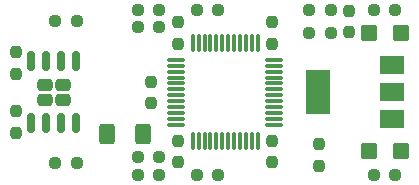
<source format=gtp>
%TF.GenerationSoftware,KiCad,Pcbnew,(6.0.0)*%
%TF.CreationDate,2025-09-03T22:59:35+02:00*%
%TF.ProjectId,Smart Servo Control Board Rev.1,536d6172-7420-4536-9572-766f20436f6e,rev?*%
%TF.SameCoordinates,Original*%
%TF.FileFunction,Paste,Top*%
%TF.FilePolarity,Positive*%
%FSLAX46Y46*%
G04 Gerber Fmt 4.6, Leading zero omitted, Abs format (unit mm)*
G04 Created by KiCad (PCBNEW (6.0.0)) date 2025-09-03 22:59:35*
%MOMM*%
%LPD*%
G01*
G04 APERTURE LIST*
G04 Aperture macros list*
%AMRoundRect*
0 Rectangle with rounded corners*
0 $1 Rounding radius*
0 $2 $3 $4 $5 $6 $7 $8 $9 X,Y pos of 4 corners*
0 Add a 4 corners polygon primitive as box body*
4,1,4,$2,$3,$4,$5,$6,$7,$8,$9,$2,$3,0*
0 Add four circle primitives for the rounded corners*
1,1,$1+$1,$2,$3*
1,1,$1+$1,$4,$5*
1,1,$1+$1,$6,$7*
1,1,$1+$1,$8,$9*
0 Add four rect primitives between the rounded corners*
20,1,$1+$1,$2,$3,$4,$5,0*
20,1,$1+$1,$4,$5,$6,$7,0*
20,1,$1+$1,$6,$7,$8,$9,0*
20,1,$1+$1,$8,$9,$2,$3,0*%
G04 Aperture macros list end*
%ADD10RoundRect,0.250000X-0.395000X0.255000X-0.395000X-0.255000X0.395000X-0.255000X0.395000X0.255000X0*%
%ADD11RoundRect,0.150000X-0.150000X0.662500X-0.150000X-0.662500X0.150000X-0.662500X0.150000X0.662500X0*%
%ADD12RoundRect,0.237500X0.250000X0.237500X-0.250000X0.237500X-0.250000X-0.237500X0.250000X-0.237500X0*%
%ADD13RoundRect,0.237500X-0.250000X-0.237500X0.250000X-0.237500X0.250000X0.237500X-0.250000X0.237500X0*%
%ADD14RoundRect,0.237500X-0.237500X0.250000X-0.237500X-0.250000X0.237500X-0.250000X0.237500X0.250000X0*%
%ADD15RoundRect,0.250000X-0.400000X-0.625000X0.400000X-0.625000X0.400000X0.625000X-0.400000X0.625000X0*%
%ADD16RoundRect,0.250000X-0.450000X-0.425000X0.450000X-0.425000X0.450000X0.425000X-0.450000X0.425000X0*%
%ADD17R,2.000000X1.500000*%
%ADD18R,2.000000X3.800000*%
%ADD19RoundRect,0.237500X0.237500X-0.250000X0.237500X0.250000X-0.237500X0.250000X-0.237500X-0.250000X0*%
%ADD20RoundRect,0.075000X-0.075000X0.662500X-0.075000X-0.662500X0.075000X-0.662500X0.075000X0.662500X0*%
%ADD21RoundRect,0.075000X-0.662500X0.075000X-0.662500X-0.075000X0.662500X-0.075000X0.662500X0.075000X0*%
G04 APERTURE END LIST*
D10*
%TO.C,U2*%
X39800000Y-36870000D03*
X38200000Y-38130000D03*
X38200000Y-36870000D03*
X39800000Y-38130000D03*
D11*
X40905000Y-34862500D03*
X39635000Y-34862500D03*
X38365000Y-34862500D03*
X37095000Y-34862500D03*
X37095000Y-40137500D03*
X38365000Y-40137500D03*
X39635000Y-40137500D03*
X40905000Y-40137500D03*
%TD*%
D12*
%TO.C,C11*%
X47912500Y-43000000D03*
X46087500Y-43000000D03*
%TD*%
D13*
%TO.C,R10*%
X51087500Y-44500000D03*
X52912500Y-44500000D03*
%TD*%
D14*
%TO.C,C9*%
X47250000Y-36587500D03*
X47250000Y-38412500D03*
%TD*%
D13*
%TO.C,C16*%
X66087500Y-44500000D03*
X67912500Y-44500000D03*
%TD*%
D15*
%TO.C,R4*%
X43450000Y-41000000D03*
X46550000Y-41000000D03*
%TD*%
D12*
%TO.C,L1*%
X40912500Y-31500000D03*
X39087500Y-31500000D03*
%TD*%
D13*
%TO.C,R9*%
X46087500Y-44500000D03*
X47912500Y-44500000D03*
%TD*%
D14*
%TO.C,C3*%
X57500000Y-31587500D03*
X57500000Y-33412500D03*
%TD*%
%TO.C,C10*%
X35750000Y-34087500D03*
X35750000Y-35912500D03*
%TD*%
D13*
%TO.C,C15*%
X66087500Y-30500000D03*
X67912500Y-30500000D03*
%TD*%
D14*
%TO.C,C7*%
X64000000Y-30587500D03*
X64000000Y-32412500D03*
%TD*%
D13*
%TO.C,R6*%
X51087500Y-30500000D03*
X52912500Y-30500000D03*
%TD*%
D16*
%TO.C,C17*%
X65650000Y-42500000D03*
X68350000Y-42500000D03*
%TD*%
D17*
%TO.C,U4*%
X67650000Y-39800000D03*
D18*
X61350000Y-37500000D03*
D17*
X67650000Y-37500000D03*
X67650000Y-35200000D03*
%TD*%
D13*
%TO.C,R7*%
X60587500Y-30500000D03*
X62412500Y-30500000D03*
%TD*%
D19*
%TO.C,C12*%
X61400000Y-43712500D03*
X61400000Y-41887500D03*
%TD*%
D13*
%TO.C,C8*%
X46087500Y-32000000D03*
X47912500Y-32000000D03*
%TD*%
D14*
%TO.C,C2*%
X35750000Y-39087500D03*
X35750000Y-40912500D03*
%TD*%
D12*
%TO.C,L2*%
X40912500Y-43500000D03*
X39087500Y-43500000D03*
%TD*%
D16*
%TO.C,C14*%
X65650000Y-32500000D03*
X68350000Y-32500000D03*
%TD*%
D19*
%TO.C,C1*%
X49500000Y-43412500D03*
X49500000Y-41587500D03*
%TD*%
D13*
%TO.C,R5*%
X46087500Y-30500000D03*
X47912500Y-30500000D03*
%TD*%
D19*
%TO.C,C5*%
X57500000Y-43412500D03*
X57500000Y-41587500D03*
%TD*%
D20*
%TO.C,U1*%
X56250000Y-33337500D03*
X55750000Y-33337500D03*
X55250000Y-33337500D03*
X54750000Y-33337500D03*
X54250000Y-33337500D03*
X53750000Y-33337500D03*
X53250000Y-33337500D03*
X52750000Y-33337500D03*
X52250000Y-33337500D03*
X51750000Y-33337500D03*
X51250000Y-33337500D03*
X50750000Y-33337500D03*
D21*
X49337500Y-34750000D03*
X49337500Y-35250000D03*
X49337500Y-35750000D03*
X49337500Y-36250000D03*
X49337500Y-36750000D03*
X49337500Y-37250000D03*
X49337500Y-37750000D03*
X49337500Y-38250000D03*
X49337500Y-38750000D03*
X49337500Y-39250000D03*
X49337500Y-39750000D03*
X49337500Y-40250000D03*
D20*
X50750000Y-41662500D03*
X51250000Y-41662500D03*
X51750000Y-41662500D03*
X52250000Y-41662500D03*
X52750000Y-41662500D03*
X53250000Y-41662500D03*
X53750000Y-41662500D03*
X54250000Y-41662500D03*
X54750000Y-41662500D03*
X55250000Y-41662500D03*
X55750000Y-41662500D03*
X56250000Y-41662500D03*
D21*
X57662500Y-40250000D03*
X57662500Y-39750000D03*
X57662500Y-39250000D03*
X57662500Y-38750000D03*
X57662500Y-38250000D03*
X57662500Y-37750000D03*
X57662500Y-37250000D03*
X57662500Y-36750000D03*
X57662500Y-36250000D03*
X57662500Y-35750000D03*
X57662500Y-35250000D03*
X57662500Y-34750000D03*
%TD*%
D13*
%TO.C,R8*%
X60587500Y-32500000D03*
X62412500Y-32500000D03*
%TD*%
D14*
%TO.C,C4*%
X49500000Y-31587500D03*
X49500000Y-33412500D03*
%TD*%
M02*

</source>
